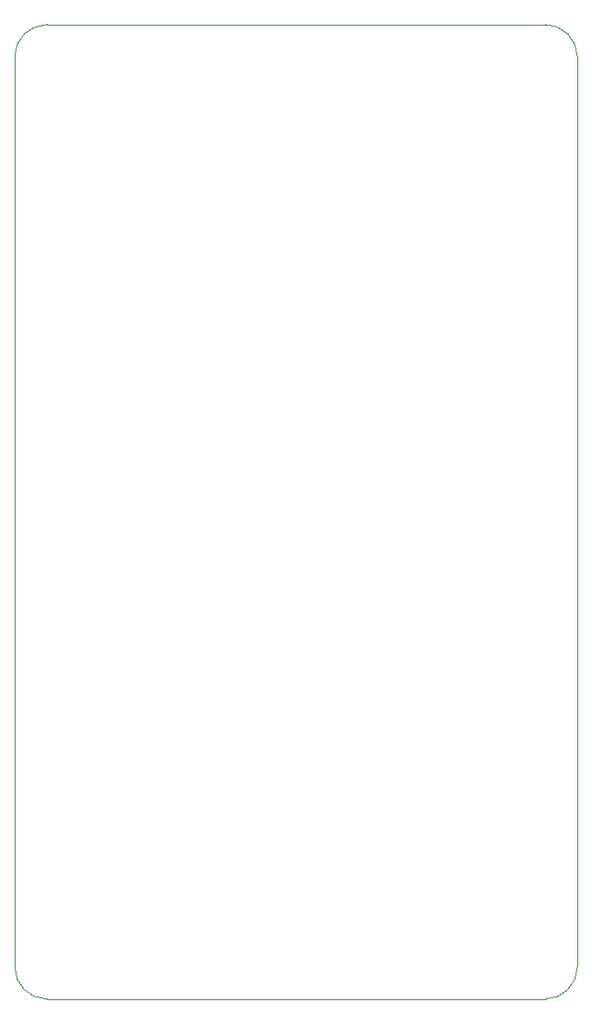
<source format=gm1>
G04 #@! TF.GenerationSoftware,KiCad,Pcbnew,8.0.1-8.0.1-1~ubuntu22.04.1*
G04 #@! TF.CreationDate,2024-06-13T00:54:25-07:00*
G04 #@! TF.ProjectId,emu_brd,656d755f-6272-4642-9e6b-696361645f70,REV1*
G04 #@! TF.SameCoordinates,Original*
G04 #@! TF.FileFunction,Profile,NP*
%FSLAX46Y46*%
G04 Gerber Fmt 4.6, Leading zero omitted, Abs format (unit mm)*
G04 Created by KiCad (PCBNEW 8.0.1-8.0.1-1~ubuntu22.04.1) date 2024-06-13 00:54:25*
%MOMM*%
%LPD*%
G01*
G04 APERTURE LIST*
G04 #@! TA.AperFunction,Profile*
%ADD10C,0.100000*%
G04 #@! TD*
G04 #@! TA.AperFunction,Profile*
%ADD11C,0.050000*%
G04 #@! TD*
G04 APERTURE END LIST*
D10*
X118390000Y-121000000D02*
X72390000Y-121000000D01*
X69390000Y-118000000D02*
X69390000Y-34000000D01*
D11*
X121390000Y-90280000D02*
X121390000Y-34000000D01*
D10*
X121390000Y-118000000D02*
G75*
G02*
X118390000Y-121000000I-3000000J0D01*
G01*
D11*
X72390000Y-31000000D02*
X118390000Y-31000000D01*
D10*
X69390000Y-34000000D02*
G75*
G02*
X72390000Y-31000000I3000000J0D01*
G01*
X72390000Y-121000000D02*
G75*
G02*
X69390000Y-118000000I0J3000000D01*
G01*
X121390000Y-90280000D02*
X121390000Y-118000000D01*
X118390000Y-31000000D02*
G75*
G02*
X121390000Y-34000000I0J-3000000D01*
G01*
M02*

</source>
